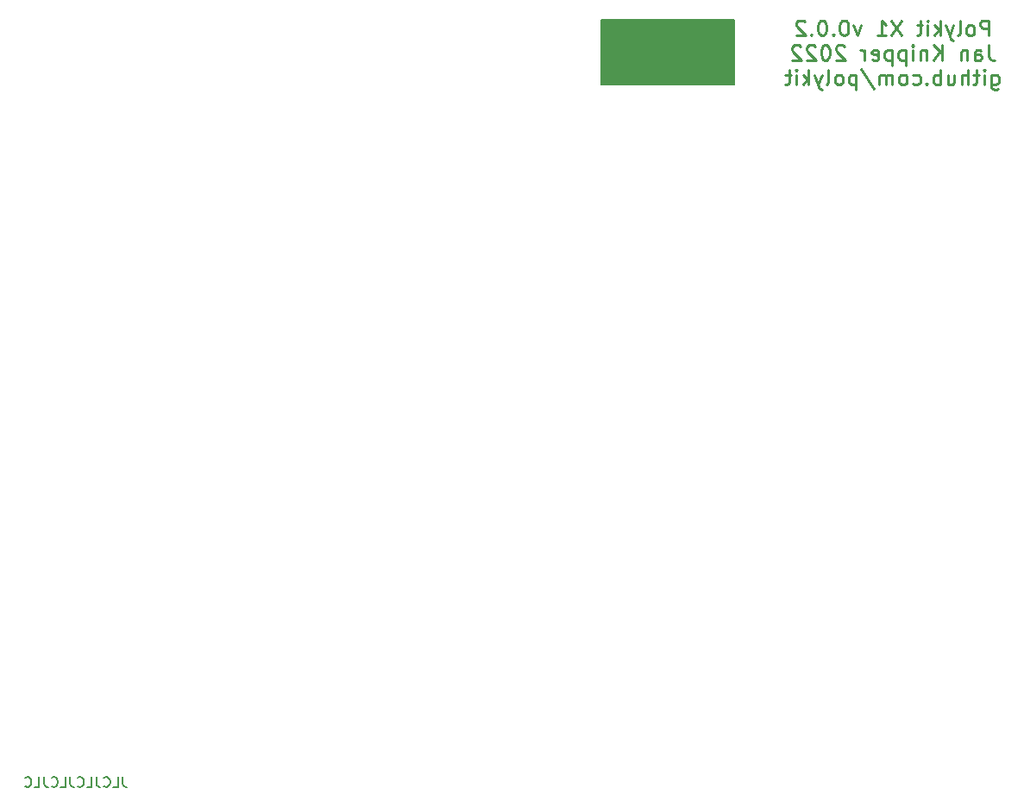
<source format=gbr>
%TF.GenerationSoftware,KiCad,Pcbnew,6.0.6-3a73a75311~116~ubuntu21.10.1*%
%TF.CreationDate,2022-09-23T00:03:14+02:00*%
%TF.ProjectId,polykit-x-monosynth,706f6c79-6b69-4742-9d78-2d6d6f6e6f73,v0.0.2*%
%TF.SameCoordinates,Original*%
%TF.FileFunction,Legend,Bot*%
%TF.FilePolarity,Positive*%
%FSLAX46Y46*%
G04 Gerber Fmt 4.6, Leading zero omitted, Abs format (unit mm)*
G04 Created by KiCad (PCBNEW 6.0.6-3a73a75311~116~ubuntu21.10.1) date 2022-09-23 00:03:14*
%MOMM*%
%LPD*%
G01*
G04 APERTURE LIST*
%ADD10C,0.150000*%
%ADD11C,0.250000*%
G04 APERTURE END LIST*
D10*
X121550000Y-85100000D02*
X134650000Y-85100000D01*
X134650000Y-85100000D02*
X134650000Y-91500000D01*
X134650000Y-91500000D02*
X121550000Y-91500000D01*
X121550000Y-91500000D02*
X121550000Y-85100000D01*
G36*
X121550000Y-85100000D02*
G01*
X134650000Y-85100000D01*
X134650000Y-91500000D01*
X121550000Y-91500000D01*
X121550000Y-85100000D01*
G37*
X74619047Y-159452380D02*
X74619047Y-160166666D01*
X74666666Y-160309523D01*
X74761904Y-160404761D01*
X74904761Y-160452380D01*
X75000000Y-160452380D01*
X73666666Y-160452380D02*
X74142857Y-160452380D01*
X74142857Y-159452380D01*
X72761904Y-160357142D02*
X72809523Y-160404761D01*
X72952380Y-160452380D01*
X73047619Y-160452380D01*
X73190476Y-160404761D01*
X73285714Y-160309523D01*
X73333333Y-160214285D01*
X73380952Y-160023809D01*
X73380952Y-159880952D01*
X73333333Y-159690476D01*
X73285714Y-159595238D01*
X73190476Y-159500000D01*
X73047619Y-159452380D01*
X72952380Y-159452380D01*
X72809523Y-159500000D01*
X72761904Y-159547619D01*
X72047619Y-159452380D02*
X72047619Y-160166666D01*
X72095238Y-160309523D01*
X72190476Y-160404761D01*
X72333333Y-160452380D01*
X72428571Y-160452380D01*
X71095238Y-160452380D02*
X71571428Y-160452380D01*
X71571428Y-159452380D01*
X70190476Y-160357142D02*
X70238095Y-160404761D01*
X70380952Y-160452380D01*
X70476190Y-160452380D01*
X70619047Y-160404761D01*
X70714285Y-160309523D01*
X70761904Y-160214285D01*
X70809523Y-160023809D01*
X70809523Y-159880952D01*
X70761904Y-159690476D01*
X70714285Y-159595238D01*
X70619047Y-159500000D01*
X70476190Y-159452380D01*
X70380952Y-159452380D01*
X70238095Y-159500000D01*
X70190476Y-159547619D01*
X69476190Y-159452380D02*
X69476190Y-160166666D01*
X69523809Y-160309523D01*
X69619047Y-160404761D01*
X69761904Y-160452380D01*
X69857142Y-160452380D01*
X68523809Y-160452380D02*
X69000000Y-160452380D01*
X69000000Y-159452380D01*
X67619047Y-160357142D02*
X67666666Y-160404761D01*
X67809523Y-160452380D01*
X67904761Y-160452380D01*
X68047619Y-160404761D01*
X68142857Y-160309523D01*
X68190476Y-160214285D01*
X68238095Y-160023809D01*
X68238095Y-159880952D01*
X68190476Y-159690476D01*
X68142857Y-159595238D01*
X68047619Y-159500000D01*
X67904761Y-159452380D01*
X67809523Y-159452380D01*
X67666666Y-159500000D01*
X67619047Y-159547619D01*
X66904761Y-159452380D02*
X66904761Y-160166666D01*
X66952380Y-160309523D01*
X67047619Y-160404761D01*
X67190476Y-160452380D01*
X67285714Y-160452380D01*
X65952380Y-160452380D02*
X66428571Y-160452380D01*
X66428571Y-159452380D01*
X65047619Y-160357142D02*
X65095238Y-160404761D01*
X65238095Y-160452380D01*
X65333333Y-160452380D01*
X65476190Y-160404761D01*
X65571428Y-160309523D01*
X65619047Y-160214285D01*
X65666666Y-160023809D01*
X65666666Y-159880952D01*
X65619047Y-159690476D01*
X65571428Y-159595238D01*
X65476190Y-159500000D01*
X65333333Y-159452380D01*
X65238095Y-159452380D01*
X65095238Y-159500000D01*
X65047619Y-159547619D01*
D11*
X159628571Y-86663571D02*
X159628571Y-85163571D01*
X159057142Y-85163571D01*
X158914285Y-85235000D01*
X158842857Y-85306428D01*
X158771428Y-85449285D01*
X158771428Y-85663571D01*
X158842857Y-85806428D01*
X158914285Y-85877857D01*
X159057142Y-85949285D01*
X159628571Y-85949285D01*
X157914285Y-86663571D02*
X158057142Y-86592142D01*
X158128571Y-86520714D01*
X158200000Y-86377857D01*
X158200000Y-85949285D01*
X158128571Y-85806428D01*
X158057142Y-85735000D01*
X157914285Y-85663571D01*
X157700000Y-85663571D01*
X157557142Y-85735000D01*
X157485714Y-85806428D01*
X157414285Y-85949285D01*
X157414285Y-86377857D01*
X157485714Y-86520714D01*
X157557142Y-86592142D01*
X157700000Y-86663571D01*
X157914285Y-86663571D01*
X156557142Y-86663571D02*
X156700000Y-86592142D01*
X156771428Y-86449285D01*
X156771428Y-85163571D01*
X156128571Y-85663571D02*
X155771428Y-86663571D01*
X155414285Y-85663571D02*
X155771428Y-86663571D01*
X155914285Y-87020714D01*
X155985714Y-87092142D01*
X156128571Y-87163571D01*
X154842857Y-86663571D02*
X154842857Y-85163571D01*
X154700000Y-86092142D02*
X154271428Y-86663571D01*
X154271428Y-85663571D02*
X154842857Y-86235000D01*
X153628571Y-86663571D02*
X153628571Y-85663571D01*
X153628571Y-85163571D02*
X153700000Y-85235000D01*
X153628571Y-85306428D01*
X153557142Y-85235000D01*
X153628571Y-85163571D01*
X153628571Y-85306428D01*
X153128571Y-85663571D02*
X152557142Y-85663571D01*
X152914285Y-85163571D02*
X152914285Y-86449285D01*
X152842857Y-86592142D01*
X152700000Y-86663571D01*
X152557142Y-86663571D01*
X151057142Y-85163571D02*
X150057142Y-86663571D01*
X150057142Y-85163571D02*
X151057142Y-86663571D01*
X148700000Y-86663571D02*
X149557142Y-86663571D01*
X149128571Y-86663571D02*
X149128571Y-85163571D01*
X149271428Y-85377857D01*
X149414285Y-85520714D01*
X149557142Y-85592142D01*
X147057142Y-85663571D02*
X146700000Y-86663571D01*
X146342857Y-85663571D01*
X145485714Y-85163571D02*
X145342857Y-85163571D01*
X145200000Y-85235000D01*
X145128571Y-85306428D01*
X145057142Y-85449285D01*
X144985714Y-85735000D01*
X144985714Y-86092142D01*
X145057142Y-86377857D01*
X145128571Y-86520714D01*
X145200000Y-86592142D01*
X145342857Y-86663571D01*
X145485714Y-86663571D01*
X145628571Y-86592142D01*
X145700000Y-86520714D01*
X145771428Y-86377857D01*
X145842857Y-86092142D01*
X145842857Y-85735000D01*
X145771428Y-85449285D01*
X145700000Y-85306428D01*
X145628571Y-85235000D01*
X145485714Y-85163571D01*
X144342857Y-86520714D02*
X144271428Y-86592142D01*
X144342857Y-86663571D01*
X144414285Y-86592142D01*
X144342857Y-86520714D01*
X144342857Y-86663571D01*
X143342857Y-85163571D02*
X143200000Y-85163571D01*
X143057142Y-85235000D01*
X142985714Y-85306428D01*
X142914285Y-85449285D01*
X142842857Y-85735000D01*
X142842857Y-86092142D01*
X142914285Y-86377857D01*
X142985714Y-86520714D01*
X143057142Y-86592142D01*
X143200000Y-86663571D01*
X143342857Y-86663571D01*
X143485714Y-86592142D01*
X143557142Y-86520714D01*
X143628571Y-86377857D01*
X143700000Y-86092142D01*
X143700000Y-85735000D01*
X143628571Y-85449285D01*
X143557142Y-85306428D01*
X143485714Y-85235000D01*
X143342857Y-85163571D01*
X142200000Y-86520714D02*
X142128571Y-86592142D01*
X142200000Y-86663571D01*
X142271428Y-86592142D01*
X142200000Y-86520714D01*
X142200000Y-86663571D01*
X141557142Y-85306428D02*
X141485714Y-85235000D01*
X141342857Y-85163571D01*
X140985714Y-85163571D01*
X140842857Y-85235000D01*
X140771428Y-85306428D01*
X140700000Y-85449285D01*
X140700000Y-85592142D01*
X140771428Y-85806428D01*
X141628571Y-86663571D01*
X140700000Y-86663571D01*
X159592857Y-87578571D02*
X159592857Y-88650000D01*
X159664285Y-88864285D01*
X159807142Y-89007142D01*
X160021428Y-89078571D01*
X160164285Y-89078571D01*
X158235714Y-89078571D02*
X158235714Y-88292857D01*
X158307142Y-88150000D01*
X158450000Y-88078571D01*
X158735714Y-88078571D01*
X158878571Y-88150000D01*
X158235714Y-89007142D02*
X158378571Y-89078571D01*
X158735714Y-89078571D01*
X158878571Y-89007142D01*
X158950000Y-88864285D01*
X158950000Y-88721428D01*
X158878571Y-88578571D01*
X158735714Y-88507142D01*
X158378571Y-88507142D01*
X158235714Y-88435714D01*
X157521428Y-88078571D02*
X157521428Y-89078571D01*
X157521428Y-88221428D02*
X157450000Y-88150000D01*
X157307142Y-88078571D01*
X157092857Y-88078571D01*
X156950000Y-88150000D01*
X156878571Y-88292857D01*
X156878571Y-89078571D01*
X155021428Y-89078571D02*
X155021428Y-87578571D01*
X154164285Y-89078571D02*
X154807142Y-88221428D01*
X154164285Y-87578571D02*
X155021428Y-88435714D01*
X153521428Y-88078571D02*
X153521428Y-89078571D01*
X153521428Y-88221428D02*
X153450000Y-88150000D01*
X153307142Y-88078571D01*
X153092857Y-88078571D01*
X152950000Y-88150000D01*
X152878571Y-88292857D01*
X152878571Y-89078571D01*
X152164285Y-89078571D02*
X152164285Y-88078571D01*
X152164285Y-87578571D02*
X152235714Y-87650000D01*
X152164285Y-87721428D01*
X152092857Y-87650000D01*
X152164285Y-87578571D01*
X152164285Y-87721428D01*
X151450000Y-88078571D02*
X151450000Y-89578571D01*
X151450000Y-88150000D02*
X151307142Y-88078571D01*
X151021428Y-88078571D01*
X150878571Y-88150000D01*
X150807142Y-88221428D01*
X150735714Y-88364285D01*
X150735714Y-88792857D01*
X150807142Y-88935714D01*
X150878571Y-89007142D01*
X151021428Y-89078571D01*
X151307142Y-89078571D01*
X151450000Y-89007142D01*
X150092857Y-88078571D02*
X150092857Y-89578571D01*
X150092857Y-88150000D02*
X149950000Y-88078571D01*
X149664285Y-88078571D01*
X149521428Y-88150000D01*
X149450000Y-88221428D01*
X149378571Y-88364285D01*
X149378571Y-88792857D01*
X149450000Y-88935714D01*
X149521428Y-89007142D01*
X149664285Y-89078571D01*
X149950000Y-89078571D01*
X150092857Y-89007142D01*
X148164285Y-89007142D02*
X148307142Y-89078571D01*
X148592857Y-89078571D01*
X148735714Y-89007142D01*
X148807142Y-88864285D01*
X148807142Y-88292857D01*
X148735714Y-88150000D01*
X148592857Y-88078571D01*
X148307142Y-88078571D01*
X148164285Y-88150000D01*
X148092857Y-88292857D01*
X148092857Y-88435714D01*
X148807142Y-88578571D01*
X147450000Y-89078571D02*
X147450000Y-88078571D01*
X147450000Y-88364285D02*
X147378571Y-88221428D01*
X147307142Y-88150000D01*
X147164285Y-88078571D01*
X147021428Y-88078571D01*
X145450000Y-87721428D02*
X145378571Y-87650000D01*
X145235714Y-87578571D01*
X144878571Y-87578571D01*
X144735714Y-87650000D01*
X144664285Y-87721428D01*
X144592857Y-87864285D01*
X144592857Y-88007142D01*
X144664285Y-88221428D01*
X145521428Y-89078571D01*
X144592857Y-89078571D01*
X143664285Y-87578571D02*
X143521428Y-87578571D01*
X143378571Y-87650000D01*
X143307142Y-87721428D01*
X143235714Y-87864285D01*
X143164285Y-88150000D01*
X143164285Y-88507142D01*
X143235714Y-88792857D01*
X143307142Y-88935714D01*
X143378571Y-89007142D01*
X143521428Y-89078571D01*
X143664285Y-89078571D01*
X143807142Y-89007142D01*
X143878571Y-88935714D01*
X143950000Y-88792857D01*
X144021428Y-88507142D01*
X144021428Y-88150000D01*
X143950000Y-87864285D01*
X143878571Y-87721428D01*
X143807142Y-87650000D01*
X143664285Y-87578571D01*
X142592857Y-87721428D02*
X142521428Y-87650000D01*
X142378571Y-87578571D01*
X142021428Y-87578571D01*
X141878571Y-87650000D01*
X141807142Y-87721428D01*
X141735714Y-87864285D01*
X141735714Y-88007142D01*
X141807142Y-88221428D01*
X142664285Y-89078571D01*
X141735714Y-89078571D01*
X141164285Y-87721428D02*
X141092857Y-87650000D01*
X140950000Y-87578571D01*
X140592857Y-87578571D01*
X140450000Y-87650000D01*
X140378571Y-87721428D01*
X140307142Y-87864285D01*
X140307142Y-88007142D01*
X140378571Y-88221428D01*
X141235714Y-89078571D01*
X140307142Y-89078571D01*
X159878571Y-90493571D02*
X159878571Y-91707857D01*
X159950000Y-91850714D01*
X160021428Y-91922142D01*
X160164285Y-91993571D01*
X160378571Y-91993571D01*
X160521428Y-91922142D01*
X159878571Y-91422142D02*
X160021428Y-91493571D01*
X160307142Y-91493571D01*
X160450000Y-91422142D01*
X160521428Y-91350714D01*
X160592857Y-91207857D01*
X160592857Y-90779285D01*
X160521428Y-90636428D01*
X160450000Y-90565000D01*
X160307142Y-90493571D01*
X160021428Y-90493571D01*
X159878571Y-90565000D01*
X159164285Y-91493571D02*
X159164285Y-90493571D01*
X159164285Y-89993571D02*
X159235714Y-90065000D01*
X159164285Y-90136428D01*
X159092857Y-90065000D01*
X159164285Y-89993571D01*
X159164285Y-90136428D01*
X158664285Y-90493571D02*
X158092857Y-90493571D01*
X158450000Y-89993571D02*
X158450000Y-91279285D01*
X158378571Y-91422142D01*
X158235714Y-91493571D01*
X158092857Y-91493571D01*
X157592857Y-91493571D02*
X157592857Y-89993571D01*
X156950000Y-91493571D02*
X156950000Y-90707857D01*
X157021428Y-90565000D01*
X157164285Y-90493571D01*
X157378571Y-90493571D01*
X157521428Y-90565000D01*
X157592857Y-90636428D01*
X155592857Y-90493571D02*
X155592857Y-91493571D01*
X156235714Y-90493571D02*
X156235714Y-91279285D01*
X156164285Y-91422142D01*
X156021428Y-91493571D01*
X155807142Y-91493571D01*
X155664285Y-91422142D01*
X155592857Y-91350714D01*
X154878571Y-91493571D02*
X154878571Y-89993571D01*
X154878571Y-90565000D02*
X154735714Y-90493571D01*
X154450000Y-90493571D01*
X154307142Y-90565000D01*
X154235714Y-90636428D01*
X154164285Y-90779285D01*
X154164285Y-91207857D01*
X154235714Y-91350714D01*
X154307142Y-91422142D01*
X154450000Y-91493571D01*
X154735714Y-91493571D01*
X154878571Y-91422142D01*
X153521428Y-91350714D02*
X153450000Y-91422142D01*
X153521428Y-91493571D01*
X153592857Y-91422142D01*
X153521428Y-91350714D01*
X153521428Y-91493571D01*
X152164285Y-91422142D02*
X152307142Y-91493571D01*
X152592857Y-91493571D01*
X152735714Y-91422142D01*
X152807142Y-91350714D01*
X152878571Y-91207857D01*
X152878571Y-90779285D01*
X152807142Y-90636428D01*
X152735714Y-90565000D01*
X152592857Y-90493571D01*
X152307142Y-90493571D01*
X152164285Y-90565000D01*
X151307142Y-91493571D02*
X151450000Y-91422142D01*
X151521428Y-91350714D01*
X151592857Y-91207857D01*
X151592857Y-90779285D01*
X151521428Y-90636428D01*
X151450000Y-90565000D01*
X151307142Y-90493571D01*
X151092857Y-90493571D01*
X150950000Y-90565000D01*
X150878571Y-90636428D01*
X150807142Y-90779285D01*
X150807142Y-91207857D01*
X150878571Y-91350714D01*
X150950000Y-91422142D01*
X151092857Y-91493571D01*
X151307142Y-91493571D01*
X150164285Y-91493571D02*
X150164285Y-90493571D01*
X150164285Y-90636428D02*
X150092857Y-90565000D01*
X149950000Y-90493571D01*
X149735714Y-90493571D01*
X149592857Y-90565000D01*
X149521428Y-90707857D01*
X149521428Y-91493571D01*
X149521428Y-90707857D02*
X149450000Y-90565000D01*
X149307142Y-90493571D01*
X149092857Y-90493571D01*
X148950000Y-90565000D01*
X148878571Y-90707857D01*
X148878571Y-91493571D01*
X147092857Y-89922142D02*
X148378571Y-91850714D01*
X146592857Y-90493571D02*
X146592857Y-91993571D01*
X146592857Y-90565000D02*
X146450000Y-90493571D01*
X146164285Y-90493571D01*
X146021428Y-90565000D01*
X145950000Y-90636428D01*
X145878571Y-90779285D01*
X145878571Y-91207857D01*
X145950000Y-91350714D01*
X146021428Y-91422142D01*
X146164285Y-91493571D01*
X146450000Y-91493571D01*
X146592857Y-91422142D01*
X145021428Y-91493571D02*
X145164285Y-91422142D01*
X145235714Y-91350714D01*
X145307142Y-91207857D01*
X145307142Y-90779285D01*
X145235714Y-90636428D01*
X145164285Y-90565000D01*
X145021428Y-90493571D01*
X144807142Y-90493571D01*
X144664285Y-90565000D01*
X144592857Y-90636428D01*
X144521428Y-90779285D01*
X144521428Y-91207857D01*
X144592857Y-91350714D01*
X144664285Y-91422142D01*
X144807142Y-91493571D01*
X145021428Y-91493571D01*
X143664285Y-91493571D02*
X143807142Y-91422142D01*
X143878571Y-91279285D01*
X143878571Y-89993571D01*
X143235714Y-90493571D02*
X142878571Y-91493571D01*
X142521428Y-90493571D02*
X142878571Y-91493571D01*
X143021428Y-91850714D01*
X143092857Y-91922142D01*
X143235714Y-91993571D01*
X141950000Y-91493571D02*
X141950000Y-89993571D01*
X141807142Y-90922142D02*
X141378571Y-91493571D01*
X141378571Y-90493571D02*
X141950000Y-91065000D01*
X140735714Y-91493571D02*
X140735714Y-90493571D01*
X140735714Y-89993571D02*
X140807142Y-90065000D01*
X140735714Y-90136428D01*
X140664285Y-90065000D01*
X140735714Y-89993571D01*
X140735714Y-90136428D01*
X140235714Y-90493571D02*
X139664285Y-90493571D01*
X140021428Y-89993571D02*
X140021428Y-91279285D01*
X139950000Y-91422142D01*
X139807142Y-91493571D01*
X139664285Y-91493571D01*
M02*

</source>
